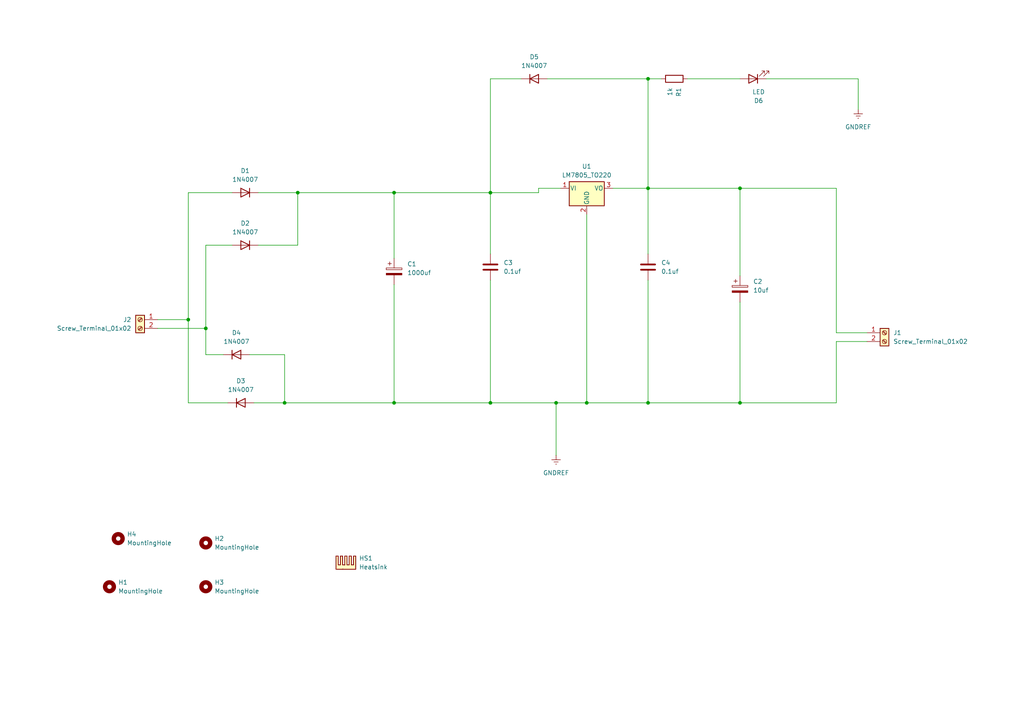
<source format=kicad_sch>
(kicad_sch (version 20250114) (generator "eeschema") (generator_version "9.0")
  (paper "A4")
  (lib_symbols
    (symbol "Connector:Screw_Terminal_01x02" (pin_names (offset 1.016) (hide yes))
      (property "Reference" "J" (at 0 2.54 0))
      (property "Value" "Screw_Terminal_01x02" (at 0 -5.08 0))
      (symbol "Screw_Terminal_01x02_1_1"
        (rectangle (start -1.27 1.27) (end 1.27 -3.81) (stroke (width 0.254)) (fill (type background)))
        (polyline (pts (xy -0.5334 0.3302) (xy 0.3302 -0.508)) (stroke (width 0.1524)))
        (polyline (pts (xy -0.5334 -2.2098) (xy 0.3302 -3.048)) (stroke (width 0.1524)))
        (polyline (pts (xy -0.3556 0.508) (xy 0.508 -0.3302)) (stroke (width 0.1524)))
        (polyline (pts (xy -0.3556 -2.032) (xy 0.508 -2.8702)) (stroke (width 0.1524)))
        (circle (center 0 0) (radius 0.635) (stroke (width 0.1524)))
        (circle (center 0 -2.54) (radius 0.635) (stroke (width 0.1524)))
        (pin passive line (at -5.08 0 0) (length 3.81) (name "Pin_1") (number "1"))
        (pin passive line (at -5.08 -2.54 0) (length 3.81) (name "Pin_2") (number "2"))
      )
    )
    (symbol "Device:C" (pin_numbers (hide yes)) (pin_names (offset 0.254))
      (property "Reference" "C" (at 0.635 2.54 0))
      (property "Value" "C" (at 0.635 -2.54 0))
      (symbol "C_0_1"
        (polyline (pts (xy -2.032 0.762) (xy 2.032 0.762)) (stroke (width 0.508)))
        (polyline (pts (xy -2.032 -0.762) (xy 2.032 -0.762)) (stroke (width 0.508)))
      )
      (symbol "C_1_1"
        (pin passive line (at 0 3.81 270) (length 2.794) (name "~") (number "1"))
        (pin passive line (at 0 -3.81 90) (length 2.794) (name "~") (number "2"))
      )
    )
    (symbol "Device:C_Polarized" (pin_numbers (hide yes)) (pin_names (offset 0.254))
      (property "Reference" "C" (at 0.635 2.54 0))
      (property "Value" "C_Polarized" (at 0.635 -2.54 0))
      (symbol "C_Polarized_0_1"
        (rectangle (start -2.286 0.508) (end 2.286 1.016))
        (polyline (pts (xy -1.778 2.286) (xy -0.762 2.286)))
        (polyline (pts (xy -1.27 2.794) (xy -1.27 1.778)))
        (rectangle (start 2.286 -0.508) (end -2.286 -1.016) (fill (type outline)))
      )
      (symbol "C_Polarized_1_1"
        (pin passive line (at 0 3.81 270) (length 2.794) (name "~") (number "1"))
        (pin passive line (at 0 -3.81 90) (length 2.794) (name "~") (number "2"))
      )
    )
    (symbol "Device:LED" (pin_numbers (hide yes)) (pin_names (offset 1.016) (hide yes))
      (property "Reference" "D" (at 0 2.54 0))
      (property "Value" "LED" (at 0 -2.54 0))
      (symbol "LED_0_1"
        (polyline (pts (xy -3.048 -0.762) (xy -4.572 -2.286) (xy -3.81 -2.286) (xy -4.572 -2.286) (xy -4.572 -1.524)))
        (polyline (pts (xy -1.778 -0.762) (xy -3.302 -2.286) (xy -2.54 -2.286) (xy -3.302 -2.286) (xy -3.302 -1.524)))
        (polyline (pts (xy -1.27 0) (xy 1.27 0)))
        (polyline (pts (xy -1.27 -1.27) (xy -1.27 1.27)) (stroke (width 0.254)))
        (polyline (pts (xy 1.27 -1.27) (xy 1.27 1.27) (xy -1.27 0) (xy 1.27 -1.27)) (stroke (width 0.254)))
      )
      (symbol "LED_1_1"
        (pin passive line (at -3.81 0 0) (length 2.54) (name "K") (number "1"))
        (pin passive line (at 3.81 0 180) (length 2.54) (name "A") (number "2"))
      )
    )
    (symbol "Device:R" (pin_numbers (hide yes)) (pin_names (offset 0))
      (property "Reference" "R" (at 2.032 0 90))
      (property "Value" "R" (at 0 0 90))
      (symbol "R_0_1"
        (rectangle (start -1.016 -2.54) (end 1.016 2.54) (stroke (width 0.254)))
      )
      (symbol "R_1_1"
        (pin passive line (at 0 3.81 270) (length 1.27) (name "~") (number "1"))
        (pin passive line (at 0 -3.81 90) (length 1.27) (name "~") (number "2"))
      )
    )
    (symbol "Diode:1N4007" (pin_numbers (hide yes)) (pin_names (hide yes))
      (property "Reference" "D" (at 0 2.54 0))
      (property "Value" "1N4007" (at 0 -2.54 0))
      (symbol "1N4007_0_1"
        (polyline (pts (xy -1.27 1.27) (xy -1.27 -1.27)) (stroke (width 0.254)))
        (polyline (pts (xy 1.27 1.27) (xy 1.27 -1.27) (xy -1.27 0) (xy 1.27 1.27)) (stroke (width 0.254)))
        (polyline (pts (xy 1.27 0) (xy -1.27 0)))
      )
      (symbol "1N4007_1_1"
        (pin passive line (at -3.81 0 0) (length 2.54) (name "K") (number "1"))
        (pin passive line (at 3.81 0 180) (length 2.54) (name "A") (number "2"))
      )
    )
    (symbol "Mechanical:Heatsink" (pin_names (offset 1.016))
      (property "Reference" "HS" (at 0 5.08 0))
      (property "Value" "Heatsink" (at 0 -1.27 0))
      (symbol "Heatsink_0_1"
        (polyline (pts (xy -0.3302 1.27) (xy -0.9652 1.27) (xy -0.9652 3.81) (xy -1.6002 3.81) (xy -1.6002 1.27) (xy -2.2352 1.27) (xy -2.2352 3.81) (xy -2.8702 3.81) (xy -2.8702 0) (xy -0.9652 0)) (stroke (width 0.254)) (fill (type background)))
        (polyline (pts (xy -0.3302 1.27) (xy -0.3302 3.81) (xy 0.3048 3.81) (xy 0.3048 1.27) (xy 0.9398 1.27) (xy 0.9398 3.81) (xy 1.5748 3.81) (xy 1.5748 1.27) (xy 2.2098 1.27) (xy 2.2098 3.81) (xy 2.8448 3.81) (xy 2.8448 0) (xy -0.9652 0)) (stroke (width 0.254)) (fill (type background)))
      )
    )
    (symbol "Mechanical:MountingHole" (pin_names (offset 1.016)) (in_bom no)
      (property "Reference" "H" (at 0 5.08 0))
      (property "Value" "MountingHole" (at 0 3.175 0))
      (symbol "MountingHole_0_1"
        (circle (center 0 0) (radius 1.27) (stroke (width 1.27)))
      )
    )
    (symbol "Regulator_Linear:LM7805_TO220" (pin_names (offset 0.254))
      (property "Reference" "U" (at -3.81 3.175 0))
      (property "Value" "LM7805_TO220" (at 0 3.175 0))
      (symbol "LM7805_TO220_0_1"
        (rectangle (start -5.08 1.905) (end 5.08 -5.08) (stroke (width 0.254)) (fill (type background)))
      )
      (symbol "LM7805_TO220_1_1"
        (pin power_in line (at -7.62 0 0) (length 2.54) (name "VI") (number "1"))
        (pin power_in line (at 0 -7.62 90) (length 2.54) (name "GND") (number "2"))
        (pin power_out line (at 7.62 0 180) (length 2.54) (name "VO") (number "3"))
      )
    )
    (symbol "power:GNDREF" (power) (pin_numbers (hide yes)) (pin_names (offset 0) (hide yes))
      (property "Value" "GNDREF" (at 0 -3.81 0))
      (symbol "GNDREF_0_1"
        (polyline (pts (xy -0.635 -1.905) (xy 0.635 -1.905)))
        (polyline (pts (xy -0.127 -2.54) (xy 0.127 -2.54)))
        (polyline (pts (xy 0 -1.27) (xy 0 0)))
        (polyline (pts (xy 1.27 -1.27) (xy -1.27 -1.27)))
      )
      (symbol "GNDREF_1_1"
        (pin power_in line (at 0 0 270) (length 0) (name "~") (number "1"))
      )
    )
  )
  (junction (at 54.61 92.71))
  (junction (at 161.29 116.84))
  (junction (at 142.24 116.84))
  (junction (at 114.3 116.84))
  (junction (at 170.18 116.84))
  (junction (at 86.36 55.88))
  (junction (at 187.96 54.61))
  (junction (at 214.63 54.61))
  (junction (at 82.55 116.84))
  (junction (at 142.24 55.88))
  (junction (at 214.63 116.84))
  (junction (at 114.3 55.88))
  (junction (at 187.96 116.84))
  (junction (at 59.69 95.25))
  (junction (at 187.96 22.86))
  (wire (pts (xy 242.57 96.52) (xy 251.46 96.52)))
  (wire (pts (xy 74.93 55.88) (xy 86.36 55.88)))
  (wire (pts (xy 54.61 55.88) (xy 67.31 55.88)))
  (wire (pts (xy 187.96 54.61) (xy 187.96 73.66)))
  (wire (pts (xy 156.21 54.61) (xy 162.56 54.61)))
  (wire (pts (xy 59.69 95.25) (xy 59.69 102.87)))
  (wire (pts (xy 214.63 54.61) (xy 242.57 54.61)))
  (wire (pts (xy 114.3 116.84) (xy 82.55 116.84)))
  (wire (pts (xy 45.72 92.71) (xy 54.61 92.71)))
  (wire (pts (xy 59.69 71.12) (xy 59.69 95.25)))
  (wire (pts (xy 66.04 116.84) (xy 54.61 116.84)))
  (wire (pts (xy 67.31 71.12) (xy 59.69 71.12)))
  (wire (pts (xy 82.55 116.84) (xy 73.66 116.84)))
  (wire (pts (xy 170.18 116.84) (xy 187.96 116.84)))
  (wire (pts (xy 86.36 55.88) (xy 114.3 55.88)))
  (wire (pts (xy 72.39 102.87) (xy 82.55 102.87)))
  (wire (pts (xy 114.3 55.88) (xy 142.24 55.88)))
  (wire (pts (xy 142.24 81.28) (xy 142.24 116.84)))
  (wire (pts (xy 54.61 116.84) (xy 54.61 92.71)))
  (wire (pts (xy 248.92 22.86) (xy 248.92 31.75)))
  (wire (pts (xy 187.96 54.61) (xy 187.96 22.86)))
  (wire (pts (xy 142.24 55.88) (xy 142.24 73.66)))
  (wire (pts (xy 161.29 116.84) (xy 170.18 116.84)))
  (wire (pts (xy 142.24 116.84) (xy 161.29 116.84)))
  (wire (pts (xy 214.63 116.84) (xy 214.63 87.63)))
  (wire (pts (xy 82.55 102.87) (xy 82.55 116.84)))
  (wire (pts (xy 242.57 99.06) (xy 242.57 116.84)))
  (wire (pts (xy 242.57 54.61) (xy 242.57 96.52)))
  (wire (pts (xy 142.24 55.88) (xy 156.21 55.88)))
  (wire (pts (xy 158.75 22.86) (xy 187.96 22.86)))
  (wire (pts (xy 86.36 55.88) (xy 86.36 71.12)))
  (wire (pts (xy 142.24 22.86) (xy 151.13 22.86)))
  (wire (pts (xy 187.96 22.86) (xy 191.77 22.86)))
  (wire (pts (xy 214.63 80.01) (xy 214.63 54.61)))
  (wire (pts (xy 251.46 99.06) (xy 242.57 99.06)))
  (wire (pts (xy 170.18 62.23) (xy 170.18 116.84)))
  (wire (pts (xy 54.61 92.71) (xy 54.61 55.88)))
  (wire (pts (xy 86.36 71.12) (xy 74.93 71.12)))
  (wire (pts (xy 59.69 102.87) (xy 64.77 102.87)))
  (wire (pts (xy 45.72 95.25) (xy 59.69 95.25)))
  (wire (pts (xy 222.25 22.86) (xy 248.92 22.86)))
  (wire (pts (xy 114.3 82.55) (xy 114.3 116.84)))
  (wire (pts (xy 156.21 55.88) (xy 156.21 54.61)))
  (wire (pts (xy 142.24 55.88) (xy 142.24 22.86)))
  (wire (pts (xy 187.96 116.84) (xy 214.63 116.84)))
  (wire (pts (xy 214.63 116.84) (xy 242.57 116.84)))
  (wire (pts (xy 114.3 55.88) (xy 114.3 74.93)))
  (wire (pts (xy 161.29 132.08) (xy 161.29 116.84)))
  (wire (pts (xy 177.8 54.61) (xy 187.96 54.61)))
  (wire (pts (xy 187.96 81.28) (xy 187.96 116.84)))
  (wire (pts (xy 199.39 22.86) (xy 214.63 22.86)))
  (wire (pts (xy 187.96 54.61) (xy 214.63 54.61)))
  (wire (pts (xy 142.24 116.84) (xy 114.3 116.84)))
  (symbol (lib_id "Mechanical:MountingHole") (at 59.69 170.18 0) (unit 1) (in_bom no)
    (property "Reference" "H3" (at 62.23 168.9099 0) (effects (justify left)))
    (property "Value" "MountingHole" (at 62.23 171.4499 0) (effects (justify left)))
    (property "Footprint" "MountingHole:MountingHole_4mm_Pad" (effects (hide yes)))
    (property "Description" "Mounting Hole without connection" (effects (hide yes)))
  )
  (symbol (lib_id "Device:C") (at 187.96 77.47 0) (unit 1)
    (property "Reference" "C4" (at 191.77 76.1999 0) (effects (justify left)))
    (property "Value" "0.1uf" (at 191.77 78.7399 0) (effects (justify left)))
    (property "Footprint" "Capacitor_THT:C_Disc_D5.0mm_W2.5mm_P2.50mm" (effects (hide yes)))
    (property "Description" "Unpolarized capacitor" (effects (hide yes)))
  )
  (symbol (lib_id "Mechanical:MountingHole") (at 59.69 157.48 0) (unit 1) (in_bom no)
    (property "Reference" "H2" (at 62.23 156.2099 0) (effects (justify left)))
    (property "Value" "MountingHole" (at 62.23 158.7499 0) (effects (justify left)))
    (property "Footprint" "MountingHole:MountingHole_4mm_Pad" (effects (hide yes)))
    (property "Description" "Mounting Hole without connection" (effects (hide yes)))
  )
  (symbol (lib_id "Device:R") (at 195.58 22.86 270) (unit 1)
    (property "Reference" "R1" (at 196.8501 25.4 0) (effects (justify left)))
    (property "Value" "1k" (at 194.3101 25.4 0) (effects (justify left)))
    (property "Footprint" "Resistor_THT:R_Axial_DIN0207_L6.3mm_D2.5mm_P10.16mm_Horizontal" (effects (hide yes)))
    (property "Description" "Resistor" (effects (hide yes)))
  )
  (symbol (lib_id "Mechanical:MountingHole") (at 34.29 156.21 0) (unit 1) (in_bom no)
    (property "Reference" "H4" (at 36.83 154.9399 0) (effects (justify left)))
    (property "Value" "MountingHole" (at 36.83 157.4799 0) (effects (justify left)))
    (property "Footprint" "MountingHole:MountingHole_4mm_Pad" (effects (hide yes)))
    (property "Description" "Mounting Hole without connection" (effects (hide yes)))
  )
  (symbol (lib_id "Regulator_Linear:LM7805_TO220") (at 170.18 54.61 0) (unit 1)
    (property "Reference" "U1" (at 170.18 48.26 0))
    (property "Value" "LM7805_TO220" (at 170.18 50.8 0))
    (property "Footprint" "Package_TO_SOT_THT:TO-220-3_Vertical" (effects (hide yes)))
    (property "Datasheet" "https://www.onsemi.cn/PowerSolutions/document/MC7800-D.PDF" (effects (hide yes)))
    (property "Description" "Positive 1A 35V Linear Regulator, Fixed Output 5V, TO-220" (effects (hide yes)))
  )
  (symbol (lib_id "Connector:Screw_Terminal_01x02") (at 40.64 92.71 0) (mirror y) (unit 1)
    (property "Reference" "J2" (at 38.1 92.7099 0) (effects (justify left)))
    (property "Value" "Screw_Terminal_01x02" (at 38.1 95.2499 0) (effects (justify left)))
    (property "Footprint" "TerminalBlock_Altech:Altech_AK100_1x02_P5.00mm" (effects (hide yes)))
    (property "Description" "Generic screw terminal, single row, 01x02, script generated (kicad-library-utils/schlib/autogen/connector/)" (effects (hide yes)))
  )
  (symbol (lib_id "power:GNDREF") (at 248.92 31.75 0) (unit 1)
    (property "Reference" "#PWR01" (effects (hide yes)))
    (property "Value" "GNDREF" (at 248.92 36.83 0))
    (property "Description" "Power symbol creates a global label with name \"GNDREF\" , reference supply ground" (effects (hide yes)))
  )
  (symbol (lib_id "Device:LED") (at 218.44 22.86 180) (unit 1)
    (property "Reference" "D6" (at 220.0275 29.21 0))
    (property "Value" "LED" (at 220.0275 26.67 0))
    (property "Footprint" "LED_THT:LED_D5.0mm" (effects (hide yes)))
    (property "Description" "Light emitting diode" (effects (hide yes)))
    (property "Sim.Pins" "1=K 2=A" (effects (hide yes)))
  )
  (symbol (lib_id "Device:C_Polarized") (at 114.3 78.74 0) (unit 1)
    (property "Reference" "C1" (at 118.11 76.5809 0) (effects (justify left)))
    (property "Value" "1000uf" (at 118.11 79.1209 0) (effects (justify left)))
    (property "Footprint" "Capacitor_THT:CP_Radial_D10.0mm_P5.00mm" (effects (hide yes)))
    (property "Description" "Polarized capacitor" (effects (hide yes)))
  )
  (symbol (lib_id "Connector:Screw_Terminal_01x02") (at 256.54 96.52 0) (unit 1)
    (property "Reference" "J1" (at 259.08 96.5199 0) (effects (justify left)))
    (property "Value" "Screw_Terminal_01x02" (at 259.08 99.0599 0) (effects (justify left)))
    (property "Footprint" "TerminalBlock_Altech:Altech_AK100_1x02_P5.00mm" (effects (hide yes)))
    (property "Description" "Generic screw terminal, single row, 01x02, script generated (kicad-library-utils/schlib/autogen/connector/)" (effects (hide yes)))
  )
  (symbol (lib_id "Diode:1N4007") (at 69.85 116.84 0) (unit 1)
    (property "Reference" "D3" (at 69.85 110.49 0))
    (property "Value" "1N4007" (at 69.85 113.03 0))
    (property "Footprint" "Diode_THT:D_DO-41_SOD81_P10.16mm_Horizontal" (effects (hide yes)))
    (property "Datasheet" "http://www.vishay.com/docs/88503/1n4001.pdf" (effects (hide yes)))
    (property "Description" "1000V 1A General Purpose Rectifier Diode, DO-41" (effects (hide yes)))
    (property "Sim.Device" "D" (effects (hide yes)))
    (property "Sim.Pins" "1=K 2=A" (effects (hide yes)))
  )
  (symbol (lib_id "Mechanical:MountingHole") (at 31.75 170.18 0) (unit 1) (in_bom no)
    (property "Reference" "H1" (at 34.29 168.9099 0) (effects (justify left)))
    (property "Value" "MountingHole" (at 34.29 171.4499 0) (effects (justify left)))
    (property "Footprint" "MountingHole:MountingHole_4mm_Pad" (effects (hide yes)))
    (property "Description" "Mounting Hole without connection" (effects (hide yes)))
  )
  (symbol (lib_id "Diode:1N4007") (at 71.12 55.88 0) (mirror y) (unit 1)
    (property "Reference" "D1" (at 71.12 49.53 0))
    (property "Value" "1N4007" (at 71.12 52.07 0))
    (property "Footprint" "Diode_THT:D_DO-41_SOD81_P10.16mm_Horizontal" (effects (hide yes)))
    (property "Datasheet" "http://www.vishay.com/docs/88503/1n4001.pdf" (effects (hide yes)))
    (property "Description" "1000V 1A General Purpose Rectifier Diode, DO-41" (effects (hide yes)))
    (property "Sim.Device" "D" (effects (hide yes)))
    (property "Sim.Pins" "1=K 2=A" (effects (hide yes)))
  )
  (symbol (lib_id "Diode:1N4007") (at 71.12 71.12 0) (mirror y) (unit 1)
    (property "Reference" "D2" (at 71.12 64.77 0))
    (property "Value" "1N4007" (at 71.12 67.31 0))
    (property "Footprint" "Diode_THT:D_DO-41_SOD81_P10.16mm_Horizontal" (effects (hide yes)))
    (property "Datasheet" "http://www.vishay.com/docs/88503/1n4001.pdf" (effects (hide yes)))
    (property "Description" "1000V 1A General Purpose Rectifier Diode, DO-41" (effects (hide yes)))
    (property "Sim.Device" "D" (effects (hide yes)))
    (property "Sim.Pins" "1=K 2=A" (effects (hide yes)))
  )
  (symbol (lib_id "Diode:1N4007") (at 68.58 102.87 0) (unit 1)
    (property "Reference" "D4" (at 68.58 96.52 0))
    (property "Value" "1N4007" (at 68.58 99.06 0))
    (property "Footprint" "Diode_THT:D_DO-41_SOD81_P10.16mm_Horizontal" (effects (hide yes)))
    (property "Datasheet" "http://www.vishay.com/docs/88503/1n4001.pdf" (effects (hide yes)))
    (property "Description" "1000V 1A General Purpose Rectifier Diode, DO-41" (effects (hide yes)))
    (property "Sim.Device" "D" (effects (hide yes)))
    (property "Sim.Pins" "1=K 2=A" (effects (hide yes)))
  )
  (symbol (lib_id "Device:C_Polarized") (at 214.63 83.82 0) (unit 1)
    (property "Reference" "C2" (at 218.44 81.6609 0) (effects (justify left)))
    (property "Value" "10uf" (at 218.44 84.2009 0) (effects (justify left)))
    (property "Footprint" "Capacitor_THT:CP_Radial_D5.0mm_P2.50mm" (effects (hide yes)))
    (property "Description" "Polarized capacitor" (effects (hide yes)))
  )
  (symbol (lib_id "Mechanical:Heatsink") (at 100.33 165.1 0) (unit 1)
    (property "Reference" "HS1" (at 104.14 161.9249 0) (effects (justify left)))
    (property "Value" "Heatsink" (at 104.14 164.4649 0) (effects (justify left)))
    (property "Footprint" "Heatsink:Heatsink_AAVID_Extruded_531002B02500G_34.9x12.7mm_H25.4mm" (effects (hide yes)))
    (property "Description" "Heatsink" (effects (hide yes)))
  )
  (symbol (lib_id "power:GNDREF") (at 161.29 132.08 0) (unit 1)
    (property "Reference" "#PWR02" (effects (hide yes)))
    (property "Value" "GNDREF" (at 161.29 137.16 0))
    (property "Description" "Power symbol creates a global label with name \"GNDREF\" , reference supply ground" (effects (hide yes)))
  )
  (symbol (lib_id "Device:C") (at 142.24 77.47 0) (unit 1)
    (property "Reference" "C3" (at 146.05 76.1999 0) (effects (justify left)))
    (property "Value" "0.1uf" (at 146.05 78.7399 0) (effects (justify left)))
    (property "Footprint" "Capacitor_THT:C_Disc_D5.0mm_W2.5mm_P2.50mm" (effects (hide yes)))
    (property "Description" "Unpolarized capacitor" (effects (hide yes)))
  )
  (symbol (lib_id "Diode:1N4007") (at 154.94 22.86 0) (unit 1)
    (property "Reference" "D5" (at 154.94 16.51 0))
    (property "Value" "1N4007" (at 154.94 19.05 0))
    (property "Footprint" "Diode_THT:D_DO-41_SOD81_P10.16mm_Horizontal" (effects (hide yes)))
    (property "Datasheet" "http://www.vishay.com/docs/88503/1n4001.pdf" (effects (hide yes)))
    (property "Description" "1000V 1A General Purpose Rectifier Diode, DO-41" (effects (hide yes)))
    (property "Sim.Device" "D" (effects (hide yes)))
    (property "Sim.Pins" "1=K 2=A" (effects (hide yes)))
  )
)
</source>
